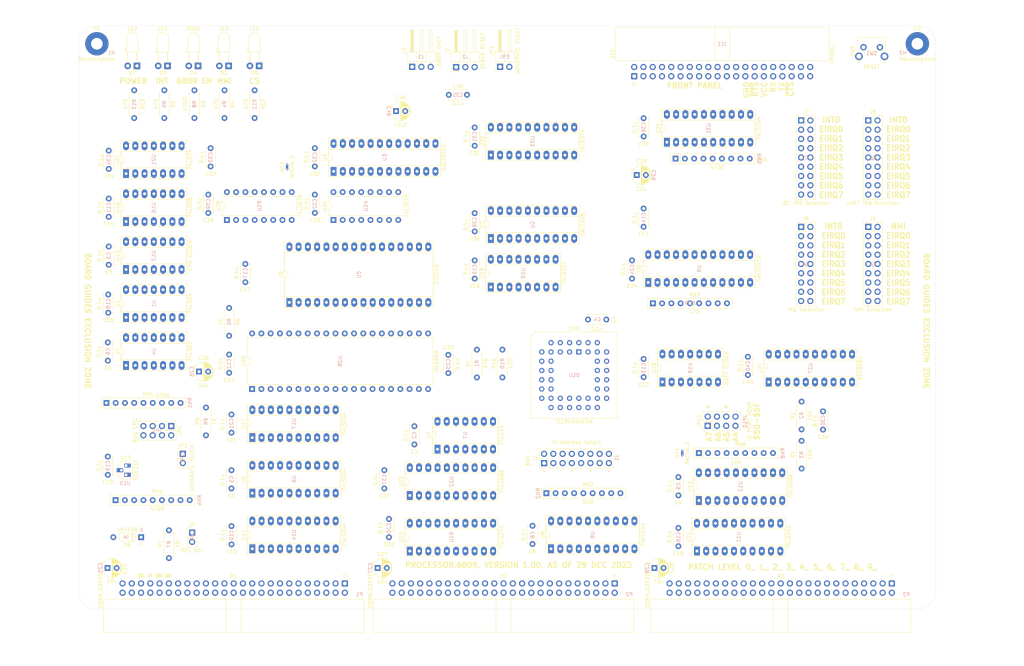
<source format=kicad_pcb>
(kicad_pcb (version 20211014) (generator pcbnew)
  (title_block (title "DUODYNE 6809 PROCESSOR") (date "2023-12-29") (rev "v1.00"))
  (layers (0 "F.Cu" signal) (31 "B.Cu" signal) (34 "B.Paste" user) (35 "F.Paste" user) (36 "B.SilkS" user "B.Silkscreen") (37 "F.SilkS" user "F.Silkscreen") (38 "B.Mask" user) (39 "F.Mask" user) (44 "Edge.Cuts" user))
  (net 0 "")
  (net 1 "GND")
  (net 2 "VCC")
  (net 3 "Net-(D2-Pad1)")
  (net 4 "Net-(D4-Pad2)")
  (net 5 "Net-(D6-Pad2)")
  (net 6 "6809RST")
  (net 7 "6809EN")
  (net 8 "Net-(D2-Pad2)")
  (net 9 "~{6809EN}")
  (net 10 "~{INT0}")
  (net 11 "~{TEND1}")
  (net 12 "~{TEND0}")
  (net 13 "~{DREQ1}")
  (net 14 "~{DREQ0}")
  (net 15 "Net-(D3-Pad1)")
  (net 16 "-12V")
  (net 17 "Net-(D3-Pad2)")
  (net 18 "~{BUSRQ}")
  (net 19 "/bus/CRUCLK")
  (net 20 "~{NMI}")
  (net 21 "CLK")
  (net 22 "~{M1}")
  (net 23 "~{MREQ}")
  (net 24 "~{IORQ}")
  (net 25 "~{WR}")
  (net 26 "~{RD}")
  (net 27 "A0")
  (net 28 "A1")
  (net 29 "A2")
  (net 30 "A3")
  (net 31 "A4")
  (net 32 "A5")
  (net 33 "A6")
  (net 34 "A7")
  (net 35 "A8")
  (net 36 "A9")
  (net 37 "A10")
  (net 38 "A11")
  (net 39 "A12")
  (net 40 "A13")
  (net 41 "A14")
  (net 42 "A15")
  (net 43 "+12V")
  (net 44 "D0")
  (net 45 "D1")
  (net 46 "D2")
  (net 47 "D3")
  (net 48 "D4")
  (net 49 "D5")
  (net 50 "D6")
  (net 51 "D7")
  (net 52 "~{6809ACTIVE}")
  (net 53 "Net-(D7-Pad2)")
  (net 54 "Net-(JP1-Pad1)")
  (net 55 "Net-(D9-Pad2)")
  (net 56 "Net-(JP4-Pad1)")
  (net 57 "ONE")
  (net 58 "ZERO")
  (net 59 "Net-(D9-Pad1)")
  (net 60 "Net-(JP4-Pad3)")
  (net 61 "Net-(JP4-Pad5)")
  (net 62 "Net-(JP4-Pad7)")
  (net 63 "/bus/~{WAIT}")
  (net 64 "Net-(J11-Pad19)")
  (net 65 "Net-(J11-Pad17)")
  (net 66 "Net-(J11-Pad15)")
  (net 67 "~{CPU-IORQ}")
  (net 68 "~{CPU-RESET}")
  (net 69 "CPU-R~{W}")
  (net 70 "CPU-A1")
  (net 71 "CPU-A0")
  (net 72 "/bus/A23")
  (net 73 "~{CPU-M1}")
  (net 74 "~{CPU-WR}")
  (net 75 "~{CPU-RD}")
  (net 76 "~{CPU-MREQ}")
  (net 77 "DATA-DIR")
  (net 78 "/bus/A22")
  (net 79 "~{FP-LATCH-RD}")
  (net 80 "FP-LATCH-WR")
  (net 81 "~{bNMI}")
  (net 82 "bCLK")
  (net 83 "/bus/~{RFSH}")
  (net 84 "~{EIRQ0}")
  (net 85 "~{EIRQ1}")
  (net 86 "/fpanel/FP-D7")
  (net 87 "/fpanel/FP-D6")
  (net 88 "/fpanel/FP-D5")
  (net 89 "/fpanel/FP-D4")
  (net 90 "/fpanel/FP-D3")
  (net 91 "/fpanel/FP-D2")
  (net 92 "/fpanel/FP-D1")
  (net 93 "/fpanel/FP-D0")
  (net 94 "CPU-A3")
  (net 95 "CPU-A4")
  (net 96 "CPU-A2")
  (net 97 "CPU-A5")
  (net 98 "CPU-A6")
  (net 99 "CPU-A7")
  (net 100 "~{EIRQ2}")
  (net 101 "CPU-A11")
  (net 102 "CPU-A12")
  (net 103 "CPU-A10")
  (net 104 "CPU-A13")
  (net 105 "CPU-A9")
  (net 106 "CPU-A14")
  (net 107 "CPU-A8")
  (net 108 "CPU-A15")
  (net 109 "~{CPU-NMI}")
  (net 110 "~{CPU-INT}")
  (net 111 "CPU-D1")
  (net 112 "CPU-D7")
  (net 113 "CPU-D6")
  (net 114 "CPU-D3")
  (net 115 "CPU-D0")
  (net 116 "CPU-D2")
  (net 117 "CPU-D5")
  (net 118 "CPU-D4")
  (net 119 "Net-(JP10-Pad8)")
  (net 120 "Net-(JP10-Pad6)")
  (net 121 "Net-(JP10-Pad4)")
  (net 122 "Net-(JP10-Pad2)")
  (net 123 "A16")
  (net 124 "A17")
  (net 125 "A18")
  (net 126 "A19")
  (net 127 "A20")
  (net 128 "A21")
  (net 129 "~{EIRQ3}")
  (net 130 "~{EIRQ4}")
  (net 131 "Net-(P1-Pad40)")
  (net 132 "~{EIRQ5}")
  (net 133 "~{EIRQ6}")
  (net 134 "Net-(P1-Pad44)")
  (net 135 "~{EIRQ7}")
  (net 136 "Net-(R6-Pad2)")
  (net 137 "Net-(R9-Pad2)")
  (net 138 "Net-(RN8-Pad6)")
  (net 139 "~{CS_IO}")
  (net 140 "~{bINT0}")
  (net 141 "mA14")
  (net 142 "mA15")
  (net 143 "mA16")
  (net 144 "UART-CLK")
  (net 145 "/bus/E")
  (net 146 "/bus/ST")
  (net 147 "/bus/PHI")
  (net 148 "/bus/~{INT2}")
  (net 149 "/bus/~{INT1}")
  (net 150 "~{RES_IN}")
  (net 151 "/bus/CRUOUT")
  (net 152 "/bus/CRUIN")
  (net 153 "~{RES_OUT}")
  (net 154 "/bus/USER8")
  (net 155 "/bus/USER7")
  (net 156 "/bus/USER6")
  (net 157 "/bus/USER5")
  (net 158 "/bus/USER4")
  (net 159 "/bus/USER3")
  (net 160 "/bus/USER2")
  (net 161 "/bus/USER1")
  (net 162 "/bus/USER0")
  (net 163 "~{ONBOARD_ROM}")
  (net 164 "I2C_SDA")
  (net 165 "/bus/A31")
  (net 166 "/bus/A30")
  (net 167 "/bus/A29")
  (net 168 "/bus/A28")
  (net 169 "/bus/A27")
  (net 170 "/bus/A26")
  (net 171 "/bus/A25")
  (net 172 "/bus/A24")
  (net 173 "~{OFFBOARD_MEM}")
  (net 174 "/bus/IC3")
  (net 175 "/bus/IC2")
  (net 176 "/bus/IC1")
  (net 177 "/bus/IC0")
  (net 178 "/bus/AUXCLK1")
  (net 179 "/bus/AUXCLK0")
  (net 180 "/bus/D15")
  (net 181 "/bus/D31")
  (net 182 "/bus/D14")
  (net 183 "/bus/D30")
  (net 184 "/bus/D13")
  (net 185 "/bus/D29")
  (net 186 "/bus/D12")
  (net 187 "/bus/D28")
  (net 188 "/bus/D11")
  (net 189 "/bus/D27")
  (net 190 "/bus/D10")
  (net 191 "/bus/D26")
  (net 192 "/bus/D9")
  (net 193 "/bus/D25")
  (net 194 "/bus/D8")
  (net 195 "/bus/D24")
  (net 196 "/bus/D23")
  (net 197 "/bus/D22")
  (net 198 "/bus/D21")
  (net 199 "/bus/D20")
  (net 200 "/bus/D19")
  (net 201 "/bus/D18")
  (net 202 "/bus/D17")
  (net 203 "/bus/D16")
  (net 204 "/bus/~{BUSERR}")
  (net 205 "/bus/UDS")
  (net 206 "/bus/~{VPA}")
  (net 207 "/bus/LDS")
  (net 208 "/bus/~{VMA}")
  (net 209 "/bus/S2")
  (net 210 "/bus/~{BHE}")
  (net 211 "/bus/S1")
  (net 212 "/bus/IPL2")
  (net 213 "/bus/S0")
  (net 214 "/bus/IPL1")
  (net 215 "/bus/AUXCLK3")
  (net 216 "/bus/IPL0")
  (net 217 "/bus/AUXCLK2")
  (net 218 "I2C_SCL")
  (net 225 "Net-(D4-Pad1)")
  (net 226 "mA17")
  (net 227 "mA18")
  (net 228 "mA19")
  (net 231 "Net-(J1-Pad2)")
  (net 232 "~{INT-I2C}")
  (net 233 "INT-I2C")
  (net 235 "~{CS_I2C_WR}")
  (net 242 "~{CS_I2C}")
  (net 244 "~{RTS}")
  (net 245 "RX")
  (net 246 "TX")
  (net 247 "~{CTS}")
  (net 248 "~{CS_UART}")
  (net 249 "~{EXT_RES}")
  (net 250 "Net-(J11-Pad5)")
  (net 251 "Net-(J11-Pad7)")
  (net 252 "Net-(J11-Pad9)")
  (net 253 "Net-(J11-Pad11)")
  (net 254 "Net-(J11-Pad13)")
  (net 255 "Net-(J1-Pad4)")
  (net 256 "Net-(J1-Pad6)")
  (net 257 "Net-(J1-Pad8)")
  (net 258 "mA20")
  (net 259 "mA21")
  (net 260 "~{CPU-HALT}")
  (net 261 "Net-(JP3-Pad1)")
  (net 262 "Net-(J7-Pad10)")
  (net 264 "/bus/~{BUSACK}")
  (net 265 "/bus/~{HALT}")
  (net 266 "IOPAGE")
  (net 267 "E")
  (net 269 "Net-(U21-Pad2)")
  (net 270 "Net-(U21-Pad12)")
  (net 271 "Net-(U21-Pad5)")
  (net 272 "Net-(J1-Pad10)")
  (net 273 "Net-(J1-Pad12)")
  (net 274 "Net-(J1-Pad14)")
  (net 275 "Net-(J1-Pad16)")
  (net 276 "UART_INT")
  (net 277 "Net-(U22-Pad19)")
  (net 278 "~{PAGE-EN}")
  (net 279 "~{ENABLEINT}")
  (net 280 "HIMEM")
  (net 281 "Net-(J8-Pad10)")
  (net 292 "SEL-A15")
  (net 293 "SEL-A14")
  (net 294 "Net-(U16-Pad10)")
  (net 301 "Net-(U1-Pad1)")
  (net 308 "Net-(U16-Pad12)")
  (net 309 "68TOGGLE")
  (net 326 "Net-(U20-Pad10)")
  (net 337 "Net-(U1-Pad8)")
  (net 338 "~{PAGE-WR}")
  (net 342 "Net-(U1-Pad3)")
  (net 350 "Net-(U3-Pad13)")
  (footprint "Connector_IDC:IDC-Header_2x25_P2.54mm_Horizontal" (layer "F.Cu") (at 108 223 -90)
    (fp_text reference "P1")
    (fp_text value "CONN_02X25")
  )
  (footprint "Capacitor_THT:C_Disc_D5.0mm_W2.5mm_P5.00mm" (layer "F.Cu") (at 127.075 179.875 -90)
    (fp_text reference "C2")
    (fp_text value "0.1u")
  )
  (footprint "Capacitor_THT:C_Disc_D5.0mm_W2.5mm_P5.00mm" (layer "F.Cu") (at 43.255 130.605 -90)
    (fp_text reference "C3")
    (fp_text value "0.1u")
  )
  (footprint "Capacitor_THT:C_Disc_D5.0mm_W2.5mm_P5.00mm" (layer "F.Cu") (at 174.7 150.625)
    (fp_text reference "C4")
    (fp_text value "0.1u")
  )
  (footprint "Capacitor_THT:C_Disc_D5.0mm_W2.5mm_P5.00mm" (layer "F.Cu") (at 76.91 191.94 -90)
    (fp_text reference "C5")
    (fp_text value "0.1u")
  )
  (footprint "Capacitor_THT:C_Disc_D5.0mm_W2.5mm_P5.00mm" (layer "F.Cu") (at 43 156.9 -90)
    (fp_text reference "C6")
    (fp_text value "0.1u")
  )
  (footprint "Capacitor_THT:C_Disc_D5.0mm_W2.5mm_P5.00mm" (layer "F.Cu") (at 159.46 207.18 -90)
    (fp_text reference "C8")
    (fp_text value "0.1u")
  )
  (footprint "Capacitor_THT:C_Disc_D5.0mm_W2.5mm_P5.00mm" (layer "F.Cu") (at 199.465 193.845 -90)
    (fp_text reference "C9")
    (fp_text value "0.1u")
  )
  (footprint "Capacitor_THT:C_Disc_D5.0mm_W2.5mm_P5.00mm" (layer "F.Cu") (at 76.91 207.27 -90)
    (fp_text reference "C10")
    (fp_text value "0.1u")
  )
  (footprint "Capacitor_THT:C_Disc_D5.0mm_W2.5mm_P5.00mm" (layer "F.Cu") (at 43.255 117.4575 -90)
    (fp_text reference "C11")
    (fp_text value "0.1u")
  )
  (footprint "Capacitor_THT:C_Disc_D5.0mm_W2.5mm_P5.00mm" (layer "F.Cu") (at 189.94 120.185 -90)
    (fp_text reference "C14")
    (fp_text value "0.1u")
  )
  (footprint "Capacitor_THT:C_Disc_D5.0mm_W2.5mm_P5.00mm" (layer "F.Cu") (at 143.6 134.4 -90)
    (fp_text reference "C15")
    (fp_text value "0.1u")
  )
  (footprint "Capacitor_THT:CP_Radial_D5.0mm_P2.50mm" (layer "F.Cu") (at 42.9296 218.75)
    (fp_text reference "C25")
    (fp_text value "10u")
  )
  (footprint "Capacitor_THT:CP_Radial_D5.0mm_P2.50mm" (layer "F.Cu") (at 68.0199 164.9)
    (fp_text reference "C26")
    (fp_text value "10u")
  )
  (footprint "Capacitor_THT:C_Disc_D5.0mm_W2.5mm_P5.00mm" (layer "F.Cu") (at 80.72 135.39 -90)
    (fp_text reference "C17")
    (fp_text value "0.1u")
  )
  (footprint "Capacitor_THT:C_Disc_D5.0mm_W2.5mm_P5.00mm" (layer "F.Cu") (at 120.09 205.315 -90)
    (fp_text reference "C20")
    (fp_text value "0.1u")
  )
  (footprint "Capacitor_THT:C_Disc_D5.0mm_W2.5mm_P5.00mm" (layer "F.Cu") (at 76.91 176.66 -90)
    (fp_text reference "C21")
    (fp_text value "0.1u")
  )
  (footprint "Capacitor_THT:C_Disc_D5.0mm_W2.5mm_P5.00mm" (layer "F.Cu") (at 99.77 116.375 -90)
    (fp_text reference "C22")
    (fp_text value "0.1u")
  )
  (footprint "Capacitor_THT:C_Disc_D5.0mm_W2.5mm_P5.00mm" (layer "F.Cu") (at 136.385 165.31 90)
    (fp_text reference "C23")
    (fp_text value "0.1u")
  )
  (footprint "Capacitor_THT:CP_Radial_D5.0mm_P2.50mm" (layer "F.Cu") (at 117 218.75)
    (fp_text reference "C27")
    (fp_text value "10u")
  )
  (footprint "Capacitor_THT:CP_Radial_D5.0mm_P2.50mm" (layer "F.Cu") (at 192.8847 218.75)
    (fp_text reference "C28")
    (fp_text value "10u")
  )
  (footprint "Capacitor_THT:CP_Radial_D5.0mm_P2.50mm" (layer "F.Cu") (at 188.0449 111)
    (fp_text reference "C29")
    (fp_text value "22u")
  )
  (footprint "LED_THT:LED_D3.0mm_Horizontal_O3.81mm_Z2.0mm" (layer "F.Cu") (at 67.755 81.065 180)
    (fp_text reference "D4")
    (fp_text value "6502")
  )
  (footprint "Diode_THT:D_DO-35_SOD27_P7.62mm_Horizontal" (layer "F.Cu") (at 52.145 210.315 180)
    (fp_text reference "D6")
    (fp_text value "1N4148")
  )
  (footprint "LED_THT:LED_D3.0mm_Horizontal_O3.81mm_Z2.0mm" (layer "F.Cu") (at 76.1325 81.065 180)
    (fp_text reference "D2")
    (fp_text value "LED")
  )
  (footprint "Resistor_THT:R_Axial_DIN0207_L6.3mm_D2.5mm_P7.62mm_Horizontal" (layer "F.Cu") (at 58.495 87.76 -90)
    (fp_text reference "R5")
    (fp_text value "470")
  )
  (footprint "Resistor_THT:R_Axial_DIN0207_L6.3mm_D2.5mm_P7.62mm_Horizontal" (layer "F.Cu") (at 76.275 147.45 -90)
    (fp_text reference "R6")
    (fp_text value "1K")
  )
  (footprint "Package_DIP:DIP-14_W7.62mm_Socket_LongPads" (layer "F.Cu") (at 48 163.2 90)
    (fp_text reference "U4")
    (fp_text value "74LS07")
  )
  (footprint "Package_DIP:DIP-32_W15.24mm_Socket_LongPads" (layer "F.Cu") (at 92.785 145.925 90)
    (fp_text reference "U5")
    (fp_text value "27C010")
  )
  (footprint "Package_DIP:DIP-20_W7.62mm_Socket_LongPads" (layer "F.Cu") (at 82.63 198.24 90)
    (fp_text reference "U6")
    (fp_text value "74LS244")
  )
  (footprint "Package_DIP:DIP-20_W7.62mm_Socket_LongPads" (layer "F.Cu") (at 164.54 213.48 90)
    (fp_text reference "U8")
    (fp_text value "74LS244")
  )
  (footprint "Package_TO_SOT_THT:TO-92L_HandSolder" (layer "F.Cu") (at 48 193.2 90)
    (fp_text reference "U15")
    (fp_text value "DS1233")
  )
  (footprint "Package_DIP:DIP-14_W7.62mm_Socket_LongPads" (layer "F.Cu") (at 48 150.0525 90)
    (fp_text reference "U1")
    (fp_text value "74LS04")
  )
  (footprint "Connector_IDC:IDC-Header_2x25_P2.54mm_Horizontal" (layer "F.Cu") (at 182 223 -90)
    (fp_text reference "P2")
    (fp_text value "CONN_02X25")
  )
  (footprint "MountingHole:MountingHole_3.2mm_M3_Pad" (layer "F.Cu") (at 265 75)
    (fp_text reference "H2")
    (fp_text value "MountingHole")
  )
  (footprint "Resistor_THT:R_Array_SIP9" (layer "F.Cu") (at 42.62 173.485)
    (fp_text reference "RN1")
    (fp_text value "4700")
  )
  (footprint "Package_DIP:DIP-20_W7.62mm_Socket_LongPads" (layer "F.Cu") (at 204.55 214.115 90)
    (fp_text reference "U11")
    (fp_text value "74LS245")
  )
  (footprint "Capacitor_THT:C_Disc_D5.0mm_W2.5mm_P5.00mm" (layer "F.Cu") (at 43 188.2 -90)
    (fp_text reference "C19")
    (fp_text value "0.1u")
  )
  (footprint "Capacitor_THT:C_Disc_D5.0mm_W2.5mm_P5.00mm" (layer "F.Cu") (at 43.125 143.7525 -90)
    (fp_text reference "C18")
    (fp_text value "0.1u")
  )
  (footprint "Capacitor_THT:C_Disc_D5.0mm_W2.5mm_P5.00mm" (layer "F.Cu") (at 76.275 160.23 -90)
    (fp_text reference "C12")
    (fp_text value "0.1u")
  )
  (footprint "Capacitor_THT:C_Disc_D5.0mm_W2.5mm_P5.00mm" (layer "F.Cu") (at 199.465 207.775 -90)
    (fp_text reference "C16")
    (fp_text value "0.1u")
  )
  (footprint "Package_DIP:DIP-24_W7.62mm_Socket_LongPads" (layer "F.Cu") (at 104.915 109.985 90)
    (fp_text reference "U3")
    (fp_text value "GAL22V10")
  )
  (footprint "MountingHole:MountingHole_3.2mm_M3_Pad" (layer "F.Cu") (at 40 75)
    (fp_text reference "H1")
    (fp_text value "MountingHole")
  )
  (footprint "LED_THT:LED_D3.0mm_Horizontal_O3.81mm_Z2.0mm" (layer "F.Cu") (at 51 81.065 180)
    (fp_text reference "D7")
    (fp_text value "LED")
  )
  (footprint "Connector_IDC:IDC-Header_2x25_P2.54mm_Horizontal" (layer "F.Cu") (at 258 223 -90)
    (fp_text reference "P3")
    (fp_text value "CONN_02X25")
  )
  (footprint "Package_DIP:DIP-14_W7.62mm_Socket_LongPads" (layer "F.Cu") (at 48 136.905 90)
    (fp_text reference "U13")
    (fp_text value "CPU CLOCK")
  )
  (footprint "Capacitor_THT:C_Disc_D5.0mm_W2.5mm_P5.00mm" (layer "F.Cu") (at 189.94 95.42 -90)
    (fp_text reference "C36")
    (fp_text value "0.1u")
  )
  (footprint "Capacitor_THT:C_Disc_D5.0mm_W2.5mm_P5.00mm" (layer "F.Cu") (at 143.6 121.455 -90)
    (fp_text reference "C38")
    (fp_text value "0.1u")
  )
  (footprint "Capacitor_THT:CP_Radial_D5.0mm_P2.50mm" (layer "F.Cu") (at 122.059888 93.475)
    (fp_text reference "C46")
    (fp_text value "47uF")
  )
  (footprint "Package_DIP:DIP-16_W7.62mm_Socket_LongPads" (layer "F.Cu") (at 148.02 141.725 90)
    (fp_text reference "U19")
    (fp_text value "74LS157")
  )
  (footprint "Package_DIP:DIP-14_W7.62mm_Socket_LongPads" (layer "F.Cu") (at 133.41 186.175 90)
    (fp_text reference "U7")
    (fp_text value "74LS14")
  )
  (footprint "LED_THT:LED_D3.0mm_Horizontal_O3.81mm_Z2.0mm" (layer "F.Cu") (at 84.51 81.065 180)
    (fp_text reference "D9")
    (fp_text value "LED")
  )
  (footprint "Resistor_THT:R_Array_SIP9" (layer "F.Cu") (at 45.145 200.155)
    (fp_text reference "RN4")
    (fp_text value "4700")
  )
  (footprint "Connector_IDC:IDC-Header_2x20_P2.54mm_Horizontal" (layer "F.Cu") (at 187.35 83.9175 90)
    (fp_text reference "J11")
    (fp_text value "FPANEL")
  )
  (footprint "Resistor_THT:R_Array_SIP9" (layer "F.Cu") (at 198.705 106.5)
    (fp_text reference "RN5")
    (fp_text value "4700")
  )
  (footprint "Package_DIP:DIP-20_W7.62mm_Socket_LongPads" (layer "F.Cu") (at 196.305 102 90)
    (fp_text reference "U31")
    (fp_text value "74LS244")
  )
  (footprint "Package_DIP:DIP-20_W7.62mm_Socket_LongPads" (layer "F.Cu") (at 148.035 105.53 90)
    (fp_text reference "U33")
    (fp_text value "74LS374")
  )
  (footprint "Package_LCC:PLCC-44_THT-Socket" (layer "F.Cu") (at 172.16 159.515)
    (fp_text reference "U20")
    (fp_text value "TL16C550CFN")
  )
  (footprint "Capacitor_THT:C_Disc_D5.0mm_W2.5mm_P5.00mm" (layer "F.Cu") (at 118.82 191.94 -90)
    (fp_text reference "C37")
    (fp_text value "0.1u")
  )
  (footprint "Connector_PinHeader_2.54mm:PinHeader_2x04_P2.54mm_Vertical" (layer "F.Cu") (at 207.5 179.775 90)
    (fp_text reference "JP10")
    (fp_text value "IO PORT ADDR")
  )
  (footprint "Resistor_THT:R_Array_SIP9" (layer "F.Cu") (at 205.075 187.25)
    (fp_text reference "RN8")
    (fp_text value "10K")
  )
  (footprint "Package_DIP:DIP-24_W7.62mm_Socket_LongPads" (layer "F.Cu") (at 191.205 140.455 90)
    (fp_text reference "U9")
    (fp_text value "GAL22V10")
  )
  (footprint "Package_DIP:DIP-20_W7.62mm_Socket_LongPads" (layer "F.Cu") (at 125.81 214.115 90)
    (fp_text reference "U10")
    (fp_text value "74LS244")
  )
  (footprint "Package_DIP:DIP-20_W7.62mm_Socket_LongPads" (layer "F.Cu") (at 205.075 200.25 90)
    (fp_text reference "U12")
    (fp_text value "74LS688")
  )
  (footprint "Capacitor_THT:C_Disc_D5.0mm_W2.5mm_P5.00mm" (layer "F.Cu") (at 239.125 175.8 -90)
    (fp_text reference "C30")
    (fp_text value "0.1u")
  )
  (footprint "Capacitor_THT:C_Disc_D5.0mm_W2.5mm_P5.00mm" (layer "F.Cu") (at 143.6 97.96 -90)
    (fp_text reference "C31")
    (fp_text value "0.1u")
  )
  (footprint "Capacitor_THT:C_Disc_D5.0mm_W2.5mm_P5.00mm" (layer "F.Cu") (at 99.77 103.635 -90)
    (fp_text reference "C32")
    (fp_text value "0.1u")
  )
  (footprint "Capacitor_THT:C_Disc_D5.0mm_W2.5mm_P5.00mm" (layer "F.Cu") (at 71.195 103.635 -90)
    (fp_text reference "C33")
    (fp_text value "0.1u")
  )
  (footprint "Capacitor_THT:C_Disc_D5.0mm_W2.5mm_P5.00mm" (layer "F.Cu") (at 43.255 104.31 -90)
    (fp_text reference "C34")
    (fp_text value "0.1u")
  )
  (footprint "Capacitor_THT:C_Disc_D5.0mm_W2.5mm_P5.00mm" (layer "F.Cu") (at 136.5 89)
    (fp_text reference "C35")
    (fp_text value "0.1u")
  )
  (footprint "Package_DIP:DIP-20_W7.62mm_Socket_LongPads" (layer "F.Cu") (at 82.63 213.48 90)
    (fp_text reference "U14")
    (fp_text value "74LS244")
  )
  (footprint "Package_DIP:DIP-20_W7.62mm_Socket_LongPads" (layer "F.Cu") (at 148.035 128.39 90)
    (fp_text reference "U2")
    (fp_text value "GAL16V8")
  )
  (footprint "LED_THT:LED_D3.0mm_Horizontal_O3.81mm_Z2.0mm" (layer "F.Cu") (at 59.3775 81.065 180)
    (fp_text reference "D3")
    (fp_text value "LED")
  )
  (footprint "Resistor_THT:R_Axial_DIN0207_L6.3mm_D2.5mm_P7.62mm_Horizontal" (layer "F.Cu") (at 75.005 87.76 -90)
    (fp_text reference "R4")
    (fp_text value "470")
  )
  (footprint "Button_Switch_THT:SW_Tactile_SPST_Angled_PTS645Vx58-2LFS" (layer "F.Cu") (at 250.225 75.9625)
    (fp_text reference "SW1")
    (fp_text value "RESET")
  )
  (footprint "Capacitor_THT:C_Disc_D5.0mm_W2.5mm_P5.00mm" (layer "F.Cu") (at 70.56 116.375 -90)
    (fp_text reference "C39")
    (fp_text value "0.1u")
  )
  (footprint "Resistor_THT:R_Axial_DIN0207_L6.3mm_D2.5mm_P7.62mm_Horizontal" (layer "F.Cu") (at 144.22 166.5 90)
    (fp_text reference "R1")
    (fp_text value "470")
  )
  (footprint "Package_DIP:DIP-14_W7.62mm_Socket_LongPads" (layer "F.Cu") (at 195.08 167.735 90)
    (fp_text reference "U18")
    (fp_text value "UART CLOCK")
  )
  (footprint "Capacitor_THT:C_Disc_D5.0mm_W2.5mm_P5.00mm" (layer "F.Cu") (at 189.94 161.42 -90)
    (fp_text reference "C13")
    (fp_text value "0.1u")
  )
  (footprint "Capacitor_THT:C_Disc_D5.0mm_W2.5mm_P5.00mm" (layer "F.Cu") (at 186.75 134.4 -90)
    (fp_text reference "C24")
    (fp_text value "0.1u")
  )
  (footprint "Resistor_THT:R_Axial_DIN0207_L6.3mm_D2.5mm_P7.62mm_Horizontal" (layer "F.Cu") (at 66.75 95.38 90)
    (fp_text reference "R8")
    (fp_text value "470Ω")
  )
  (footprint "Connector_PinHeader_2.54mm:PinHeader_1x02_P2.54mm_Horizontal" (layer "F.Cu") (at 150.565 81.34 90)
    (fp_text reference "JP3")
    (fp_text value "GENERATE RESET")
  )
  (footprint "Package_DIP:DIP-20_W7.62mm_Socket_LongPads" (layer "F.Cu") (at 125.81 198.875 90)
    (fp_text reference "U22")
    (fp_text value "74LS688")
  )
  (footprint "Resistor_THT:R_Axial_DIN0207_L6.3mm_D2.5mm_P7.62mm_Horizontal" (layer "F.Cu") (at 83.26 87.76 -90)
    (fp_text reference "R12")
    (fp_text value "470")
  )
  (footprint "Connector_PinHeader_2.54mm:PinHeader_1x02_P2.54mm_Vertical" (layer "F.Cu") (at 63.575 187.455)
    (fp_text reference "JP1")
    (fp_text value "GENERATE CLOCK")
  )
  (footprint "Connector_PinHeader_2.54mm:PinHeader_2x09_P2.54mm_Vertical" (layer "F.Cu") (at 233.115 96.025)
    (fp_text reference "J7")
    (fp_text value "I2C IRQ Selection")
  )
  (footprint "Resistor_THT:R_Axial_DIN0207_L6.3mm_D2.5mm_P7.62mm_Horizontal" (layer "F.Cu") (at 233.25 191.5 90)
    (fp_text reference "R3")
    (fp_text value "10K")
  )
  (footprint "NetTie:NetTie-2_THT_Pad0.3mm" (layer "F.Cu") (at 200.5 187.85 90)
    (fp_text reference "NT4")
    (fp_text value "NetTie_2")
  )
  (footprint "Connector_PinHeader_2.54mm:PinHeader_1x03_P2.54mm_Horizontal" (layer "F.Cu") (at 126.455 81.34 90)
    (fp_text reference "J3")
    (fp_text value "6809 ONLY")
  )
  (footprint "Package_DIP:DIP-20_W7.62mm_Socket_LongPads" (layer "F.Cu") (at 82.63 183 90)
    (fp_text reference "U17")
    (fp_text value "74LS244")
  )
  (footprint "NetTie:NetTie-2_THT_Pad0.3mm" (layer "F.Cu") (at 92.15 109.35 90)
    (fp_text reference "NT3")
    (fp_text value "NetTie_2")
  )
  (footprint "Connector_PinHeader_2.54mm:PinHeader_2x08_P2.54mm_Vertical" (layer "F.Cu") (at 162.635 189.995 90)
    (fp_text reference "J1")
    (fp_text value "IO Address Select")
  )
  (footprint "Connector_PinHeader_2.54mm:PinHeader_2x04_P2.54mm_Vertical" (layer "F.Cu") (at 60.39 179.83 -90)
    (fp_text reference "JP4")
    (fp_text value "BUS CPU")
  )
  (footprint "Package_DIP:DIP-20_W7.62mm_Socket_LongPads" (layer "F.Cu") (at 224.235 167.76 90)
    (fp_text reference "U27")
    (fp_text value "PCF8584")
  )
  (footprint "Resistor_THT:R_Axial_DIN0207_L6.3mm_D2.5mm_P7.62mm_Horizontal" (layer "F.Cu") (at 151.205 166.5 90)
    (fp_text reference "R10")
    (fp_text value "470")
  )
  (footprint "Capacitor_THT:C_Disc_D5.0mm_W2.5mm_P5.00mm" (layer "F.Cu") (at 218.515 160.825 -90)
    (fp_text reference "C40")
    (fp_text value "0.1u")
  )
  (footprint "Package_DIP:DIP-16_W7.62mm" (layer "F.Cu") (at 75.655 123.31 90)
    (fp_text reference "U29")
    (fp_text value "74LS670")
  )
  (footprint "Connector_PinHeader_2.54mm:PinHeader_2x09_P2.54mm_Vertical" (layer "F.Cu") (at 251.535 96.025)
    (fp_text reference "J8")
    (fp_text value "UART IRQ Selection")
  )
  (footprint "Resistor_THT:R_Axial_DIN0207_L6.3mm_D2.5mm_P7.62mm_Horizontal" (layer "F.Cu") (at 59.765 216.03 90)
    (fp_text reference "R7")
    (fp_text value "10")
  )
  (footprint "Package_DIP:DIP-40_W15.24mm" (layer "F.Cu") (at 82.58 169.68 90)
    (fp_text reference "U28")
    (fp_text value "MC6809")
  )
  (footprint "Resistor_THT:R_Axial_DIN0207_L6.3mm_D2.5mm_P7.62mm_Horizontal" (layer "F.Cu") (at 69.925 182.375 90)
    (fp_text reference "R9")
    (fp_text value "1K")
  )
  (footprint "Connector_PinHeader_2.54mm:PinHeader_2x09_P2.54mm_Vertical" (layer "F.Cu") (at 251.535 125.225)
    (fp_text reference "J5")
    (fp_text value "NMI Selection")
  )
  (footprint "Connector_PinHeader_2.54mm:PinHeader_1x02_P2.54mm_Vertical" (layer "F.Cu") (at 66.115 209.04)
    (fp_text reference "J4")
    (fp_text value "RES SEL")
  )
  (footprint "Resistor_THT:R_Axial_DIN0207_L6.3mm_D2.5mm_P7.62mm_Horizontal" (layer "F.Cu") (at 50.24 87.76 -90)
    (fp_text reference "R13")
    (fp_text value "470")
  )
  (footprint "Resistor_THT:R_Array_SIP9" (layer "F.Cu") (at 163.255 198.25)
    (fp_text reference "RN2")
    (fp_text value "1KΩ")
  )
  (footprint "Resistor_THT:R_Axial_DIN0207_L6.3mm_D2.5mm_P7.62mm_Horizontal" (layer "F.Cu") (at 233.25 180.75 90)
    (fp_text reference "R2")
    (fp_text value "10K")
  )
  (footprint "Package_DIP:DIP-16_W7.62mm" (layer "F.Cu") (at 104.865 123.31 90)
    (fp_text reference "U24")
    (fp_text value "74LS670")
  )
  (footprint "Connector_PinHeader_2.54mm:PinHeader_2x09_P2.54mm_Vertical" (layer "F.Cu") (at 233.115 125.225)
    (fp_text reference "J6")
    (fp_text value "IRQ Selection")
  )
  (footprint "Resistor_THT:R_Array_SIP9" (layer "F.Cu") (at 192.465 146.18)
    (fp_text reference "RN3")
    (fp_text value "470")
  )
  (footprint "Package_DIP:DIP-14_W7.62mm_Socket_LongPads" (layer "F.Cu") (at 48 123.7575 90)
    (fp_text reference "U16")
    (fp_text value "74LS08")
  )
  (footprint "Package_DIP:DIP-14_W7.62mm_Socket_LongPads" (layer "F.Cu") (at 48 110.61 90)
    (fp_text reference "U21")
    (fp_text value "74LS74")
  )
  (footprint "Connector_PinHeader_2.54mm:PinHeader_1x03_P2.54mm_Horizontal" (layer "F.Cu") (at 138.505 81.41 90)
    (fp_text reference "J2")
    (fp_text value "65816 RESET")
  )
  (gr_line (start 35 75) (end 35 225) (layer "Edge.Cuts") (width 0.05))
  (gr_line (start 40 230) (end 265 230) (layer "Edge.Cuts") (width 0.05))
  (gr_line (start 270 225) (end 270 75) (layer "Edge.Cuts") (width 0.05))
  (gr_line (start 265 70) (end 40 70) (layer "Edge.Cuts") (width 0.05))
  (gr_arc (start 270 225) (mid 268.535534 228.535534) (end 265 230) (layer "Edge.Cuts") (width 0.05))
  (gr_arc (start 40 230) (mid 36.464466 228.535534) (end 35 225) (layer "Edge.Cuts") (width 0.05))
  (gr_arc (start 35 75) (mid 36.464466 71.464466) (end 40 70) (layer "Edge.Cuts") (width 0.05))
  (gr_arc (start 265 70) (mid 268.535534 71.464466) (end 270 75) (layer "Edge.Cuts") (width 0.05))
  (gr_text "BOARD GUIDES EXCLUSION ZONE" (at 37.5 151 -90) (layer "F.SilkS") (effects (font (size 1.5 1.5) (thickness 0.3))))
  (gr_text "CS" (at 83.26 85.22) (layer "F.SilkS") (effects (font (size 1.5 1.5) (thickness 0.3))))
  (gr_text "A7\nA6\nA5\nA4" (at 211.5 182.75 90) (layer "F.SilkS") (effects (font (size 1.5 1.5) (thickness 0.3))))
  (gr_text "~{IEI}" (at 54.558 221) (layer "F.SilkS") (effects (font (size 0.7 0.7) (thickness 0.175))))
  (gr_text "~{BAO}" (at 57.098 221) (layer "F.SilkS") (effects (font (size 0.7 0.7) (thickness 0.175))))
  (gr_text "~{BAI}" (at 59.638 221) (layer "F.SilkS") (effects (font (size 0.7 0.7) (thickness 0.175))))
  (gr_text "INT0\nEIRQ0\nEIRQ1\nEIRQ2\nEIRQ3\nEIRQ4\nEIRQ5\nEIRQ6\nEIRQ7" (at 242.01 135.385) (layer "F.SilkS") (effects (font (size 1.6 1.5) (thickness 0.3))))
  (gr_text "POWER" (at 50 85.22) (layer "F.SilkS") (effects (font (size 1.5 1.5) (thickness 0.3))))
  (gr_text "BOARD GUIDES EXCLUSION ZONE" (at 267.5 151 -90) (layer "F.SilkS") (effects (font (size 1.5 1.5) (thickness 0.3))))
  (gr_text "*" (at 180.415 192.535) (layer "F.SilkS") (effects (font (size 1 1))))
  (gr_text "~{IEO}" (at 52 221) (layer "F.SilkS") (effects (font (size 0.7 0.7) (thickness 0.175))))
  (gr_text "*" (at 170.255 192.535) (layer "F.SilkS") (effects (font (size 1 1))))
  (gr_text "GND\n~{RTS}\nVCC\nRX\nTX\n~{CTS}" (at 224.23 85.22 90) (layer "F.SilkS") (effects (font (size 1.5 1.5) (thickness 0.3)) (justify right)))
  (gr_text "PROCESSOR.6809, VERSION 1.00, AS OF 29 DEC 2023" (at 155.65 217.935) (layer "F.SilkS") (effects (font (size 1.5 1.5) (thickness 0.3))))
  (gr_text "INT" (at 57.86 85.22) (layer "F.SilkS") (effects (font (size 1.5 1.5) (thickness 0.3))))
  (gr_text "INT0\nEIRQ0\nEIRQ1\nEIRQ2\nEIRQ3\nEIRQ4\nEIRQ5\nEIRQ6\nEIRQ7" (at 241.375 106.175) (layer "F.SilkS") (effects (font (size 1.6 1.5) (thickness 0.3))))
  (gr_text "6809 EN" (at 66.75 85.22) (layer "F.SilkS") (effects (font (size 1.5 1.5) (thickness 0.3))))
  (gr_text "NMI\nEIRQ0\nEIRQ1\nEIRQ2\nEIRQ3\nEIRQ4\nEIRQ5\nEIRQ6\nEIRQ7" (at 259.79 135.385) (layer "F.SilkS") (effects (font (size 1.6 1.5) (thickness 0.3))))
  (gr_text "*" (at 162.635 192.535) (layer "F.SilkS") (effects (font (size 1 1))))
  (gr_text "$50-$5F" (at 221 178.5 90) (layer "F.SilkS") (effects (font (size 1.5 1.5) (thickness 0.3))))
  (gr_text "*" (at 208 174.489277 90) (layer "F.SilkS") (effects (font (size 1.5 1.5) (thickness 0.3))))
  (gr_text "NMI" (at 75.005 85.22) (layer "F.SilkS") (effects (font (size 1.5 1.5) (thickness 0.3))))
  (gr_text "$95" (at 158.19 189.36 90) (layer "F.SilkS") (effects (font (size 1 1))))
  (gr_text "FRONT PANEL" (at 203.98 86.47) (layer "F.SilkS") (effects (font (size 1.5 1.5) (thickness 0.3))))
  (gr_text "PATCH LEVEL 0_ 1_ 2_ 3_ 4_ 5_ 6_ 7_ 8_ 9_" (at 228 218.5) (layer "F.SilkS") (effects (font (size 1.5 1.5) (thickness 0.3))))
  (gr_text "*" (at 175.335 192.535) (layer "F.SilkS") (effects (font (size 1 1))))
  (gr_text "INT0\nEIRQ0\nEIRQ1\nEIRQ2\nEIRQ3\nEIRQ4\nEIRQ5\nEIRQ6\nEIRQ7" (at 259.79 106.175) (layer "F.SilkS") (effects (font (size 1.6 1.5) (thickness 0.3))))
  (gr_text "*" (at 213 174.5 90) (layer "F.SilkS") (effects (font (size 1.5 1.5) (thickness 0.3))))
)
</source>
